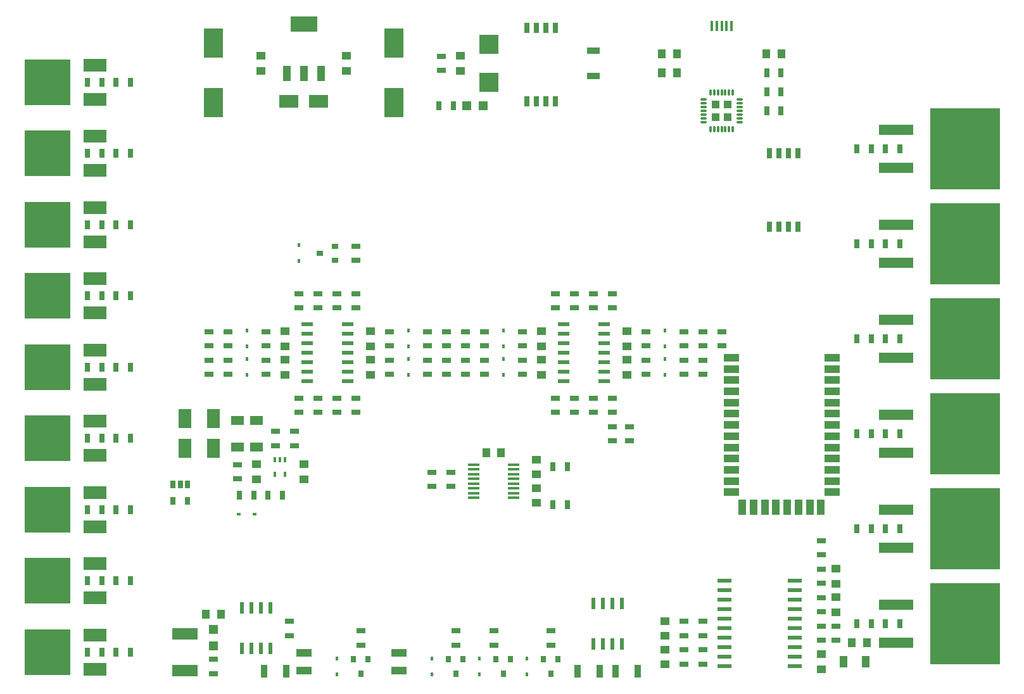
<source format=gbr>
G04 #@! TF.FileFunction,Paste,Top*
%FSLAX46Y46*%
G04 Gerber Fmt 4.6, Leading zero omitted, Abs format (unit mm)*
G04 Created by KiCad (PCBNEW 4.0.6) date 01/07/18 00:35:13*
%MOMM*%
%LPD*%
G01*
G04 APERTURE LIST*
%ADD10C,0.100000*%
%ADD11R,1.000000X1.250000*%
%ADD12R,1.250000X1.000000*%
%ADD13R,2.500000X2.550000*%
%ADD14R,1.000000X1.600000*%
%ADD15R,0.450000X0.600000*%
%ADD16R,1.200000X1.200000*%
%ADD17R,1.800000X2.500000*%
%ADD18R,2.500000X1.800000*%
%ADD19R,1.500000X0.600000*%
%ADD20O,0.300000X0.850000*%
%ADD21O,0.850000X0.300000*%
%ADD22R,1.005000X1.005000*%
%ADD23R,1.950000X0.600000*%
%ADD24R,0.600000X1.550000*%
%ADD25R,0.800000X0.900000*%
%ADD26R,0.900000X0.800000*%
%ADD27R,1.300000X0.700000*%
%ADD28R,0.700000X1.300000*%
%ADD29R,0.900000X1.700000*%
%ADD30R,1.700000X0.900000*%
%ADD31R,2.029460X1.140460*%
%ADD32R,0.600000X0.450000*%
%ADD33R,2.500000X4.000000*%
%ADD34R,1.600000X0.410000*%
%ADD35R,0.400000X0.650000*%
%ADD36R,0.650000X1.060000*%
%ADD37R,1.700000X1.300000*%
%ADD38R,0.690000X1.350000*%
%ADD39R,2.000000X1.000000*%
%ADD40R,1.000000X2.000000*%
%ADD41R,3.048000X1.651000*%
%ADD42R,6.096000X6.096000*%
%ADD43R,9.400000X10.800000*%
%ADD44R,4.600000X1.390000*%
%ADD45R,0.400000X1.350000*%
%ADD46R,3.657600X2.032000*%
%ADD47R,1.016000X2.032000*%
%ADD48R,3.500000X1.600000*%
G04 APERTURE END LIST*
D10*
D11*
X110125000Y-7620000D03*
X112125000Y-7620000D03*
D12*
X45720000Y-46720000D03*
X45720000Y-44720000D03*
X80010000Y-46720000D03*
X80010000Y-44720000D03*
D11*
X98155000Y-7620000D03*
X96155000Y-7620000D03*
X35195000Y-82550000D03*
X37195000Y-82550000D03*
X98155000Y-10160000D03*
X96155000Y-10160000D03*
D12*
X42545000Y-9890000D03*
X42545000Y-7890000D03*
X53975000Y-9890000D03*
X53975000Y-7890000D03*
X45720000Y-48530000D03*
X45720000Y-50530000D03*
X80010000Y-48530000D03*
X80010000Y-50530000D03*
X69215000Y-7890000D03*
X69215000Y-9890000D03*
D13*
X73025000Y-6365000D03*
X73025000Y-11415000D03*
D12*
X57150000Y-48530000D03*
X57150000Y-50530000D03*
X91440000Y-48530000D03*
X91440000Y-50530000D03*
X57150000Y-46720000D03*
X57150000Y-44720000D03*
X91440000Y-46720000D03*
X91440000Y-44720000D03*
D14*
X120420000Y-88900000D03*
X123420000Y-88900000D03*
D12*
X117475000Y-89900000D03*
X117475000Y-87900000D03*
D11*
X121555000Y-86360000D03*
X123555000Y-86360000D03*
D12*
X119380000Y-78470000D03*
X119380000Y-76470000D03*
X119380000Y-82280000D03*
X119380000Y-80280000D03*
X96520000Y-87265000D03*
X96520000Y-89265000D03*
X96520000Y-85455000D03*
X96520000Y-83455000D03*
D15*
X40640000Y-46770000D03*
X40640000Y-44670000D03*
X74930000Y-46770000D03*
X74930000Y-44670000D03*
D16*
X36195000Y-86825000D03*
X36195000Y-84625000D03*
D17*
X36195000Y-60420000D03*
X36195000Y-56420000D03*
X32385000Y-56420000D03*
X32385000Y-60420000D03*
D18*
X46260000Y-13970000D03*
X50260000Y-13970000D03*
D15*
X40640000Y-48480000D03*
X40640000Y-50580000D03*
X74930000Y-48480000D03*
X74930000Y-50580000D03*
D16*
X70020000Y-14605000D03*
X72220000Y-14605000D03*
D15*
X62230000Y-48480000D03*
X62230000Y-50580000D03*
X96520000Y-48480000D03*
X96520000Y-50580000D03*
X52705000Y-88485000D03*
X52705000Y-90585000D03*
X78105000Y-88485000D03*
X78105000Y-90585000D03*
X47625000Y-35340000D03*
X47625000Y-33240000D03*
X62230000Y-46770000D03*
X62230000Y-44670000D03*
X96520000Y-46770000D03*
X96520000Y-44670000D03*
X65405000Y-88485000D03*
X65405000Y-90585000D03*
D19*
X48735000Y-43815000D03*
X48735000Y-45085000D03*
X48735000Y-46355000D03*
X48735000Y-47625000D03*
X48735000Y-48895000D03*
X48735000Y-50165000D03*
X48735000Y-51435000D03*
X54135000Y-51435000D03*
X54135000Y-50165000D03*
X54135000Y-48895000D03*
X54135000Y-47625000D03*
X54135000Y-46355000D03*
X54135000Y-45085000D03*
X54135000Y-43815000D03*
D20*
X105640000Y-12790000D03*
X105140000Y-12790000D03*
X104640000Y-12790000D03*
X104140000Y-12790000D03*
X103640000Y-12790000D03*
X103140000Y-12790000D03*
X102640000Y-12790000D03*
D21*
X101690000Y-13740000D03*
X101690000Y-14240000D03*
X101690000Y-14740000D03*
X101690000Y-15240000D03*
X101690000Y-15740000D03*
X101690000Y-16240000D03*
X101690000Y-16740000D03*
D20*
X102640000Y-17690000D03*
X103140000Y-17690000D03*
X103640000Y-17690000D03*
X104140000Y-17690000D03*
X104640000Y-17690000D03*
X105140000Y-17690000D03*
X105640000Y-17690000D03*
D21*
X106590000Y-16740000D03*
X106590000Y-16240000D03*
X106590000Y-15740000D03*
X106590000Y-15240000D03*
X106590000Y-14740000D03*
X106590000Y-14240000D03*
X106590000Y-13740000D03*
D22*
X103302500Y-16077500D03*
X104977500Y-16077500D03*
X103302500Y-14402500D03*
X104977500Y-14402500D03*
D19*
X83025000Y-43815000D03*
X83025000Y-45085000D03*
X83025000Y-46355000D03*
X83025000Y-47625000D03*
X83025000Y-48895000D03*
X83025000Y-50165000D03*
X83025000Y-51435000D03*
X88425000Y-51435000D03*
X88425000Y-50165000D03*
X88425000Y-48895000D03*
X88425000Y-47625000D03*
X88425000Y-46355000D03*
X88425000Y-45085000D03*
X88425000Y-43815000D03*
D23*
X113920000Y-89535000D03*
X113920000Y-88265000D03*
X113920000Y-86995000D03*
X113920000Y-85725000D03*
X113920000Y-84455000D03*
X113920000Y-83185000D03*
X113920000Y-81915000D03*
X113920000Y-80645000D03*
X113920000Y-79375000D03*
X113920000Y-78105000D03*
X104520000Y-78105000D03*
X104520000Y-79375000D03*
X104520000Y-80645000D03*
X104520000Y-81915000D03*
X104520000Y-83185000D03*
X104520000Y-84455000D03*
X104520000Y-85725000D03*
X104520000Y-86995000D03*
X104520000Y-88265000D03*
X104520000Y-89535000D03*
D24*
X43815000Y-81755000D03*
X42545000Y-81755000D03*
X41275000Y-81755000D03*
X40005000Y-81755000D03*
X40005000Y-87155000D03*
X41275000Y-87155000D03*
X42545000Y-87155000D03*
X43815000Y-87155000D03*
X90805000Y-81120000D03*
X89535000Y-81120000D03*
X88265000Y-81120000D03*
X86995000Y-81120000D03*
X86995000Y-86520000D03*
X88265000Y-86520000D03*
X89535000Y-86520000D03*
X90805000Y-86520000D03*
D25*
X56830000Y-88535000D03*
X54930000Y-88535000D03*
X55880000Y-90535000D03*
X82230000Y-88535000D03*
X80330000Y-88535000D03*
X81280000Y-90535000D03*
D26*
X52435000Y-35240000D03*
X52435000Y-33340000D03*
X50435000Y-34290000D03*
D25*
X69530000Y-88535000D03*
X67630000Y-88535000D03*
X68580000Y-90535000D03*
D27*
X35560000Y-46670000D03*
X35560000Y-44770000D03*
X69850000Y-46670000D03*
X69850000Y-44770000D03*
D28*
X25080000Y-59055000D03*
X23180000Y-59055000D03*
D27*
X38100000Y-44770000D03*
X38100000Y-46670000D03*
X72390000Y-44770000D03*
X72390000Y-46670000D03*
D28*
X110175000Y-10160000D03*
X112075000Y-10160000D03*
D27*
X36195000Y-90485000D03*
X36195000Y-88585000D03*
X43180000Y-44770000D03*
X43180000Y-46670000D03*
X77470000Y-44770000D03*
X77470000Y-46670000D03*
D28*
X25080000Y-49530000D03*
X23180000Y-49530000D03*
X25080000Y-40005000D03*
X23180000Y-40005000D03*
D27*
X50165000Y-41590000D03*
X50165000Y-39690000D03*
X84455000Y-41590000D03*
X84455000Y-39690000D03*
D28*
X25080000Y-30480000D03*
X23180000Y-30480000D03*
D27*
X47625000Y-39690000D03*
X47625000Y-41590000D03*
X81915000Y-39690000D03*
X81915000Y-41590000D03*
X35560000Y-48580000D03*
X35560000Y-50480000D03*
X69850000Y-48580000D03*
X69850000Y-50480000D03*
D28*
X25080000Y-20955000D03*
X23180000Y-20955000D03*
D27*
X38100000Y-50480000D03*
X38100000Y-48580000D03*
X72390000Y-50480000D03*
X72390000Y-48580000D03*
X43180000Y-50480000D03*
X43180000Y-48580000D03*
X77470000Y-50480000D03*
X77470000Y-48580000D03*
D28*
X25080000Y-11430000D03*
X23180000Y-11430000D03*
X110175000Y-12700000D03*
X112075000Y-12700000D03*
X112075000Y-15240000D03*
X110175000Y-15240000D03*
X68260000Y-14605000D03*
X66360000Y-14605000D03*
X122240000Y-83820000D03*
X124140000Y-83820000D03*
X126050000Y-83820000D03*
X127950000Y-83820000D03*
X25080000Y-78105000D03*
X23180000Y-78105000D03*
D27*
X50165000Y-53660000D03*
X50165000Y-55560000D03*
X84455000Y-53660000D03*
X84455000Y-55560000D03*
X47625000Y-55560000D03*
X47625000Y-53660000D03*
X81915000Y-55560000D03*
X81915000Y-53660000D03*
D28*
X122240000Y-71120000D03*
X124140000Y-71120000D03*
X126050000Y-71120000D03*
X127950000Y-71120000D03*
X25080000Y-68580000D03*
X23180000Y-68580000D03*
D27*
X67310000Y-48580000D03*
X67310000Y-50480000D03*
X101600000Y-48580000D03*
X101600000Y-50480000D03*
X64770000Y-50480000D03*
X64770000Y-48580000D03*
X99060000Y-50480000D03*
X99060000Y-48580000D03*
D28*
X122240000Y-58420000D03*
X124140000Y-58420000D03*
X126050000Y-58420000D03*
X127950000Y-58420000D03*
D27*
X59690000Y-50480000D03*
X59690000Y-48580000D03*
X93980000Y-50480000D03*
X93980000Y-48580000D03*
X55880000Y-86675000D03*
X55880000Y-84775000D03*
D28*
X122240000Y-45720000D03*
X124140000Y-45720000D03*
X126050000Y-45720000D03*
X127950000Y-45720000D03*
D27*
X81280000Y-86675000D03*
X81280000Y-84775000D03*
D28*
X122240000Y-33020000D03*
X124140000Y-33020000D03*
X126050000Y-33020000D03*
X127950000Y-33020000D03*
D27*
X52705000Y-53660000D03*
X52705000Y-55560000D03*
X86995000Y-53660000D03*
X86995000Y-55560000D03*
X55245000Y-35240000D03*
X55245000Y-33340000D03*
D28*
X122240000Y-20320000D03*
X124140000Y-20320000D03*
X126050000Y-20320000D03*
X127950000Y-20320000D03*
D27*
X55245000Y-55560000D03*
X55245000Y-53660000D03*
X89535000Y-55560000D03*
X89535000Y-53660000D03*
X67310000Y-46670000D03*
X67310000Y-44770000D03*
X104140000Y-44770000D03*
X104140000Y-46670000D03*
X101600000Y-46670000D03*
X101600000Y-44770000D03*
X64770000Y-44770000D03*
X64770000Y-46670000D03*
X99060000Y-44770000D03*
X99060000Y-46670000D03*
X59690000Y-44770000D03*
X59690000Y-46670000D03*
X93980000Y-44770000D03*
X93980000Y-46670000D03*
X117475000Y-80330000D03*
X117475000Y-82230000D03*
X119380000Y-84140000D03*
X119380000Y-86040000D03*
X52705000Y-41590000D03*
X52705000Y-39690000D03*
X86995000Y-41590000D03*
X86995000Y-39690000D03*
X117475000Y-86040000D03*
X117475000Y-84140000D03*
X117475000Y-76520000D03*
X117475000Y-78420000D03*
X55245000Y-39690000D03*
X55245000Y-41590000D03*
X89535000Y-39690000D03*
X89535000Y-41590000D03*
X117475000Y-74610000D03*
X117475000Y-72710000D03*
X101600000Y-87315000D03*
X101600000Y-89215000D03*
X101600000Y-83505000D03*
X101600000Y-85405000D03*
X46355000Y-83505000D03*
X46355000Y-85405000D03*
X99060000Y-87315000D03*
X99060000Y-89215000D03*
X99060000Y-85405000D03*
X99060000Y-83505000D03*
D29*
X45900000Y-90170000D03*
X43000000Y-90170000D03*
D27*
X68580000Y-86675000D03*
X68580000Y-84775000D03*
D29*
X89990000Y-90170000D03*
X92890000Y-90170000D03*
D30*
X86995000Y-7190000D03*
X86995000Y-10590000D03*
D31*
X60960000Y-90103960D03*
X60960000Y-87696040D03*
X48260000Y-90103960D03*
X48260000Y-87696040D03*
D28*
X19370000Y-59055000D03*
X21270000Y-59055000D03*
X19370000Y-49530000D03*
X21270000Y-49530000D03*
X19370000Y-40005000D03*
X21270000Y-40005000D03*
X19370000Y-30480000D03*
X21270000Y-30480000D03*
X19370000Y-20955000D03*
X21270000Y-20955000D03*
X19370000Y-11430000D03*
X21270000Y-11430000D03*
D12*
X79375000Y-65675000D03*
X79375000Y-67675000D03*
D11*
X74660000Y-60960000D03*
X72660000Y-60960000D03*
D12*
X79375000Y-61865000D03*
X79375000Y-63865000D03*
D15*
X71755000Y-88485000D03*
X71755000Y-90585000D03*
D25*
X75880000Y-88535000D03*
X73980000Y-88535000D03*
X74930000Y-90535000D03*
D27*
X65405000Y-65466000D03*
X65405000Y-63566000D03*
D28*
X81600000Y-67945000D03*
X83500000Y-67945000D03*
X19370000Y-87630000D03*
X21270000Y-87630000D03*
X25080000Y-87630000D03*
X23180000Y-87630000D03*
X81600000Y-62865000D03*
X83500000Y-62865000D03*
D27*
X89535000Y-57470000D03*
X89535000Y-59370000D03*
D29*
X87810000Y-90170000D03*
X84910000Y-90170000D03*
D27*
X73660000Y-86675000D03*
X73660000Y-84775000D03*
X67945000Y-65466000D03*
X67945000Y-63566000D03*
D28*
X19370000Y-78105000D03*
X21270000Y-78105000D03*
X19370000Y-68580000D03*
X21270000Y-68580000D03*
D12*
X41910000Y-62500000D03*
X41910000Y-64500000D03*
X48260000Y-64500000D03*
X48260000Y-62500000D03*
D32*
X39590000Y-69215000D03*
X41690000Y-69215000D03*
D28*
X43500000Y-66675000D03*
X45400000Y-66675000D03*
X41590000Y-66675000D03*
X39690000Y-66675000D03*
D27*
X39370000Y-64450000D03*
X39370000Y-62550000D03*
X46990000Y-60005000D03*
X46990000Y-58105000D03*
X44450000Y-58105000D03*
X44450000Y-60005000D03*
D33*
X36195000Y-14160000D03*
X36195000Y-6160000D03*
X60325000Y-14160000D03*
X60325000Y-6160000D03*
D34*
X71005700Y-62547500D03*
X71005700Y-63182500D03*
X71005700Y-63817500D03*
X71005700Y-64452500D03*
X71005700Y-65087500D03*
X71005700Y-65722500D03*
X71005700Y-66357500D03*
X71005700Y-66992500D03*
X76314300Y-66992500D03*
X76314300Y-66357500D03*
X76314300Y-65722500D03*
X76314300Y-65087500D03*
X76314300Y-64452500D03*
X76314300Y-63817500D03*
X76314300Y-63182500D03*
X76314300Y-62547500D03*
D35*
X45735000Y-61915000D03*
X44435000Y-61915000D03*
X45085000Y-61915000D03*
X44435000Y-63815000D03*
X45735000Y-63815000D03*
D27*
X91821000Y-57470000D03*
X91821000Y-59370000D03*
D36*
X32700000Y-65194000D03*
X31750000Y-65194000D03*
X30800000Y-65194000D03*
X30800000Y-67394000D03*
X32700000Y-67394000D03*
D37*
X39370000Y-60170000D03*
X39370000Y-56670000D03*
X41910000Y-56670000D03*
X41910000Y-60170000D03*
D38*
X114300000Y-20904000D03*
X113030000Y-20904000D03*
X111760000Y-20904000D03*
X110490000Y-20904000D03*
X110490000Y-30734000D03*
X111760000Y-30734000D03*
X113030000Y-30734000D03*
X114300000Y-30734000D03*
D39*
X105410000Y-48260000D03*
X105410000Y-49760000D03*
X105410000Y-51260000D03*
X105410000Y-52760000D03*
X105410000Y-54260000D03*
X105410000Y-55760000D03*
X105410000Y-57260000D03*
X105410000Y-58760000D03*
X105410000Y-60260000D03*
X105410000Y-61760000D03*
X105410000Y-63260000D03*
X105410000Y-64760000D03*
X105410000Y-66260000D03*
D40*
X106910000Y-68260000D03*
X108410000Y-68260000D03*
X109910000Y-68260000D03*
X111410000Y-68260000D03*
X112910000Y-68260000D03*
X114410000Y-68260000D03*
X115910000Y-68260000D03*
X117410000Y-68260000D03*
D39*
X118910000Y-66260000D03*
X118910000Y-64760000D03*
X118910000Y-63260000D03*
X118910000Y-61760000D03*
X118910000Y-60260000D03*
X118910000Y-58760000D03*
X118910000Y-57260000D03*
X118910000Y-55760000D03*
X118910000Y-54260000D03*
X118910000Y-52760000D03*
X118910000Y-51260000D03*
X118910000Y-49760000D03*
X118910000Y-48260000D03*
D38*
X78105000Y-14021000D03*
X79375000Y-14021000D03*
X80645000Y-14021000D03*
X81915000Y-14021000D03*
X81915000Y-4191000D03*
X80645000Y-4191000D03*
X79375000Y-4191000D03*
X78105000Y-4191000D03*
D27*
X66675000Y-9840000D03*
X66675000Y-7940000D03*
D41*
X20320000Y-89916000D03*
D42*
X13970000Y-87630000D03*
D41*
X20320000Y-85344000D03*
X20320000Y-61341000D03*
D42*
X13970000Y-59055000D03*
D41*
X20320000Y-56769000D03*
X20320000Y-51816000D03*
D42*
X13970000Y-49530000D03*
D41*
X20320000Y-47244000D03*
X20320000Y-42291000D03*
D42*
X13970000Y-40005000D03*
D41*
X20320000Y-37719000D03*
X20320000Y-32766000D03*
D42*
X13970000Y-30480000D03*
D41*
X20320000Y-28194000D03*
X20320000Y-23241000D03*
D42*
X13970000Y-20955000D03*
D41*
X20320000Y-18669000D03*
X20320000Y-13716000D03*
D42*
X13970000Y-11430000D03*
D41*
X20320000Y-9144000D03*
D43*
X136660000Y-83820000D03*
D44*
X127500000Y-86360000D03*
X127500000Y-81280000D03*
D41*
X20320000Y-80391000D03*
D42*
X13970000Y-78105000D03*
D41*
X20320000Y-75819000D03*
D43*
X136660000Y-71120000D03*
D44*
X127500000Y-73660000D03*
X127500000Y-68580000D03*
D41*
X20320000Y-70866000D03*
D42*
X13970000Y-68580000D03*
D41*
X20320000Y-66294000D03*
D43*
X136660000Y-58420000D03*
D44*
X127500000Y-60960000D03*
X127500000Y-55880000D03*
D43*
X136660000Y-45720000D03*
D44*
X127500000Y-48260000D03*
X127500000Y-43180000D03*
D43*
X136660000Y-33020000D03*
D44*
X127500000Y-35560000D03*
X127500000Y-30480000D03*
D43*
X136660000Y-20320000D03*
D44*
X127500000Y-22860000D03*
X127500000Y-17780000D03*
D45*
X105440000Y-3890000D03*
X104790000Y-3890000D03*
X104140000Y-3890000D03*
X103490000Y-3890000D03*
X102840000Y-3890000D03*
D46*
X48260000Y-3683000D03*
D47*
X48260000Y-10287000D03*
X50546000Y-10287000D03*
X45974000Y-10287000D03*
D48*
X32385000Y-85190000D03*
X32385000Y-90070000D03*
M02*

</source>
